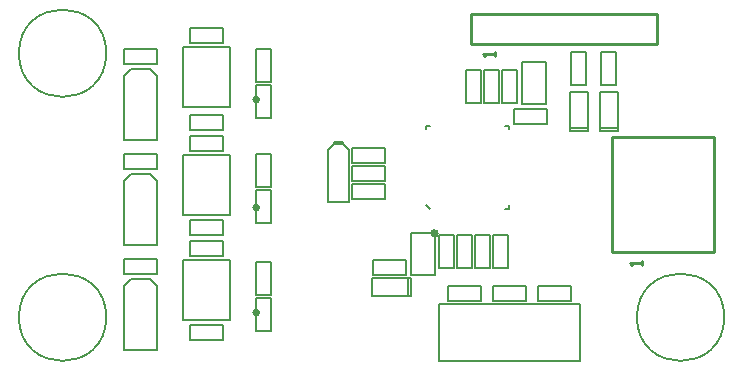
<source format=gto>
G04*
G04 #@! TF.GenerationSoftware,Altium Limited,Altium Designer,21.7.1 (17)*
G04*
G04 Layer_Color=65535*
%FSLAX44Y44*%
%MOMM*%
G71*
G04*
G04 #@! TF.SameCoordinates,3410F848-C5A3-4CD9-B6BE-FCF06B59130C*
G04*
G04*
G04 #@! TF.FilePolarity,Positive*
G04*
G01*
G75*
%ADD10C,0.2000*%
%ADD11C,0.3500*%
%ADD12C,0.2540*%
%ADD13C,0.3000*%
D10*
X75100Y261620D02*
G03*
X75100Y261620I-37000J0D01*
G01*
X598340Y38100D02*
G03*
X598340Y38100I-37000J0D01*
G01*
X75100D02*
G03*
X75100Y38100I-37000J0D01*
G01*
X356560Y1400D02*
X476560D01*
Y49400D01*
X356560D02*
X476560D01*
X356560Y1400D02*
Y49400D01*
X413000Y130100D02*
X416000D01*
Y133100D01*
Y197100D02*
Y200100D01*
X413000D02*
X416000D01*
X346000D02*
X349000D01*
X346000Y197100D02*
Y200100D01*
Y133100D02*
X349000Y130100D01*
X90140Y188440D02*
X118140D01*
X90140Y242440D02*
X96140Y248440D01*
X112140D02*
X118140Y242440D01*
X112140Y248440D02*
X118140Y242440D01*
Y188440D02*
Y242440D01*
X96140Y248440D02*
X112140D01*
X90140Y242440D02*
X96140Y248440D01*
X90140Y188440D02*
Y242440D01*
Y99540D02*
X118140D01*
X90140Y153540D02*
X96140Y159540D01*
X112140D02*
X118140Y153540D01*
X112140Y159540D02*
X118140Y153540D01*
Y99540D02*
Y153540D01*
X96140Y159540D02*
X112140D01*
X90140Y153540D02*
X96140Y159540D01*
X90140Y99540D02*
Y153540D01*
Y10640D02*
X118140D01*
X90140Y64640D02*
X96140Y70640D01*
X112140D02*
X118140Y64640D01*
X112140Y70640D02*
X118140Y64640D01*
Y10640D02*
Y64640D01*
X96140Y70640D02*
X112140D01*
X90140Y64640D02*
X96140Y70640D01*
X90140Y10640D02*
Y64640D01*
X508000Y195700D02*
Y198240D01*
X492760Y195700D02*
Y198240D01*
X508000D01*
X492760D02*
Y228720D01*
X508000D01*
Y198240D02*
Y228720D01*
X492760Y195700D02*
X508000D01*
X482600D02*
Y198240D01*
X467360Y195700D02*
Y198240D01*
X482600D01*
X467360D02*
Y228720D01*
X482600D01*
Y198240D02*
Y228720D01*
X467360Y195700D02*
X482600D01*
X330200Y71120D02*
X332740D01*
X330200Y55880D02*
X332740D01*
X330200D02*
Y71120D01*
X299720Y55880D02*
X330200D01*
X299720D02*
Y71120D01*
X330200D01*
X332740Y55880D02*
Y71120D01*
X262780Y180020D02*
X268780Y186020D01*
X274780D02*
X280780Y180020D01*
X262780Y136020D02*
X280780D01*
X262780D02*
Y180020D01*
X280780Y136020D02*
Y180020D01*
X140020Y266700D02*
X180020D01*
Y216300D02*
Y266700D01*
X140020Y216300D02*
Y266700D01*
Y216300D02*
X180020D01*
X140020Y175260D02*
X180020D01*
Y124860D02*
Y175260D01*
X140020Y124860D02*
Y175260D01*
Y124860D02*
X180020D01*
X140020Y86360D02*
X180020D01*
Y35960D02*
Y86360D01*
X140020Y35960D02*
Y86360D01*
Y35960D02*
X180020D01*
X379730Y219710D02*
X392430D01*
Y247650D01*
X379730D02*
X392430D01*
X379730Y219710D02*
Y247650D01*
X410210D02*
X422910D01*
X410210Y219710D02*
Y247650D01*
Y219710D02*
X422910D01*
Y247650D01*
X394970D02*
X407670D01*
X394970Y219710D02*
Y247650D01*
Y219710D02*
X407670D01*
Y247650D01*
X356870Y80010D02*
X369570D01*
Y107950D01*
X356870D02*
X369570D01*
X356870Y80010D02*
Y107950D01*
X372110Y80010D02*
X384810D01*
Y107950D01*
X372110D02*
X384810D01*
X372110Y80010D02*
Y107950D01*
X387350Y80010D02*
X400050D01*
Y107950D01*
X387350D02*
X400050D01*
X387350Y80010D02*
Y107950D01*
X283210Y153670D02*
Y166370D01*
Y153670D02*
X311150D01*
Y166370D01*
X283210D02*
X311150D01*
X392430Y52070D02*
Y64770D01*
X364490D02*
X392430D01*
X364490Y52070D02*
Y64770D01*
Y52070D02*
X392430D01*
X440690D02*
Y64770D01*
Y52070D02*
X468630D01*
Y64770D01*
X440690D02*
X468630D01*
X118110Y252730D02*
Y265430D01*
X90170D02*
X118110D01*
X90170Y252730D02*
Y265430D01*
Y252730D02*
X118110D01*
Y163830D02*
Y176530D01*
X90170D02*
X118110D01*
X90170Y163830D02*
Y176530D01*
Y163830D02*
X118110D01*
Y74930D02*
Y87630D01*
X90170D02*
X118110D01*
X90170Y74930D02*
Y87630D01*
Y74930D02*
X118110D01*
X448310Y201930D02*
Y214630D01*
X420370D02*
X448310D01*
X420370Y201930D02*
Y214630D01*
Y201930D02*
X448310D01*
X494030Y234950D02*
X506730D01*
Y262890D01*
X494030D02*
X506730D01*
X494030Y234950D02*
Y262890D01*
X468630Y234950D02*
X481330D01*
Y262890D01*
X468630D02*
X481330D01*
X468630Y234950D02*
Y262890D01*
X301244Y74118D02*
Y86819D01*
Y74118D02*
X329184D01*
Y86819D01*
X301244D02*
X329184D01*
X311150Y168910D02*
Y181610D01*
X283210D02*
X311150D01*
X283210Y168910D02*
Y181610D01*
Y168910D02*
X311150D01*
X402590Y80010D02*
X415290D01*
Y107950D01*
X402590D02*
X415290D01*
X402590Y80010D02*
Y107950D01*
Y52070D02*
Y64770D01*
Y52070D02*
X430530D01*
Y64770D01*
X402590D02*
X430530D01*
X311150Y138430D02*
Y151130D01*
X283210D02*
X311150D01*
X283210Y138430D02*
Y151130D01*
Y138430D02*
X311150D01*
X201930Y207010D02*
X214630D01*
Y234950D01*
X201930D02*
X214630D01*
X201930Y207010D02*
Y234950D01*
X173990Y196850D02*
Y209550D01*
X146050D02*
X173990D01*
X146050Y196850D02*
Y209550D01*
Y196850D02*
X173990D01*
X201930Y237490D02*
X214630D01*
Y265430D01*
X201930D02*
X214630D01*
X201930Y237490D02*
Y265430D01*
X173990Y270510D02*
Y283210D01*
X146050D02*
X173990D01*
X146050Y270510D02*
Y283210D01*
Y270510D02*
X173990D01*
X201930Y118110D02*
X214630D01*
Y146050D01*
X201930D02*
X214630D01*
X201930Y118110D02*
Y146050D01*
X173990Y107950D02*
Y120650D01*
X146050D02*
X173990D01*
X146050Y107950D02*
Y120650D01*
Y107950D02*
X173990D01*
X201930Y148590D02*
X214630D01*
Y176530D01*
X201930D02*
X214630D01*
X201930Y148590D02*
Y176530D01*
X173990Y179070D02*
Y191770D01*
X146050D02*
X173990D01*
X146050Y179070D02*
Y191770D01*
Y179070D02*
X173990D01*
X201930Y26670D02*
X214630D01*
Y54610D01*
X201930D02*
X214630D01*
X201930Y26670D02*
Y54610D01*
X173990Y19050D02*
Y31750D01*
X146050D02*
X173990D01*
X146050Y19050D02*
Y31750D01*
Y19050D02*
X173990D01*
X201930Y57150D02*
X214630D01*
Y85090D01*
X201930D02*
X214630D01*
X201930Y57150D02*
Y85090D01*
X173990Y90170D02*
Y102870D01*
X146050D02*
X173990D01*
X146050Y90170D02*
Y102870D01*
Y90170D02*
X173990D01*
X426720Y218440D02*
Y254000D01*
Y218440D02*
X447040D01*
Y254000D01*
X426720D02*
X447040D01*
X353060Y73660D02*
Y109220D01*
X332740D02*
X353060D01*
X332740Y73660D02*
Y109220D01*
Y73660D02*
X353060D01*
D11*
X355000Y109100D02*
G03*
X355000Y109100I-2000J0D01*
G01*
D12*
X204020Y222300D02*
G03*
X204020Y222300I-2000J0D01*
G01*
Y130860D02*
G03*
X204020Y130860I-2000J0D01*
G01*
Y41960D02*
G03*
X204020Y41960I-2000J0D01*
G01*
X503240Y190640D02*
X589240D01*
X503240Y93640D02*
X589240D01*
X503240D02*
Y190640D01*
X589240Y93640D02*
Y190640D01*
X383540Y269240D02*
X541020D01*
Y294640D01*
X383540D02*
X541020D01*
X383540Y269240D02*
Y294640D01*
X528700Y82180D02*
Y85512D01*
Y83846D01*
X518703D01*
X520369Y82180D01*
X403860Y259080D02*
Y262412D01*
Y260746D01*
X393863D01*
X395529Y259080D01*
D13*
X268780Y186020D02*
X274780D01*
M02*

</source>
